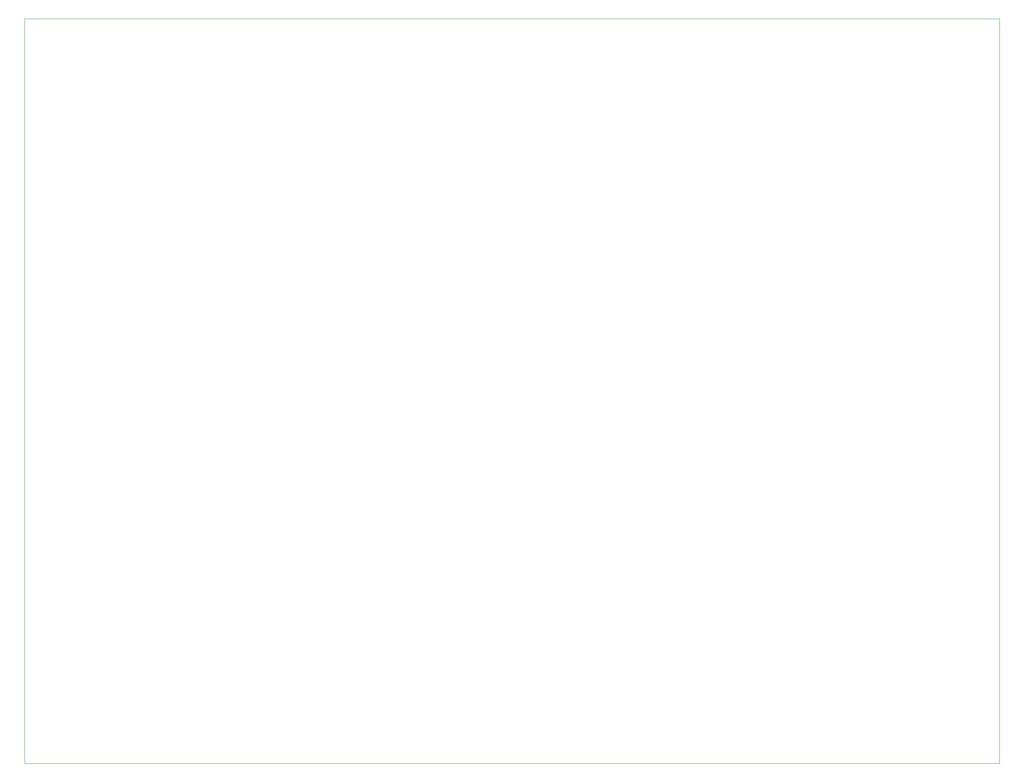
<source format=gbr>
%TF.GenerationSoftware,KiCad,Pcbnew,9.0.7*%
%TF.CreationDate,2026-02-25T16:19:16+04:00*%
%TF.ProjectId,Launchpad v1,4c61756e-6368-4706-9164-2076312e6b69,rev?*%
%TF.SameCoordinates,Original*%
%TF.FileFunction,Profile,NP*%
%FSLAX46Y46*%
G04 Gerber Fmt 4.6, Leading zero omitted, Abs format (unit mm)*
G04 Created by KiCad (PCBNEW 9.0.7) date 2026-02-25 16:19:16*
%MOMM*%
%LPD*%
G01*
G04 APERTURE LIST*
%TA.AperFunction,Profile*%
%ADD10C,0.050000*%
%TD*%
G04 APERTURE END LIST*
D10*
X16668750Y-16668750D02*
X228600000Y-16668750D01*
X228600000Y-178593750D01*
X16668750Y-178593750D01*
X16668750Y-16668750D01*
M02*

</source>
